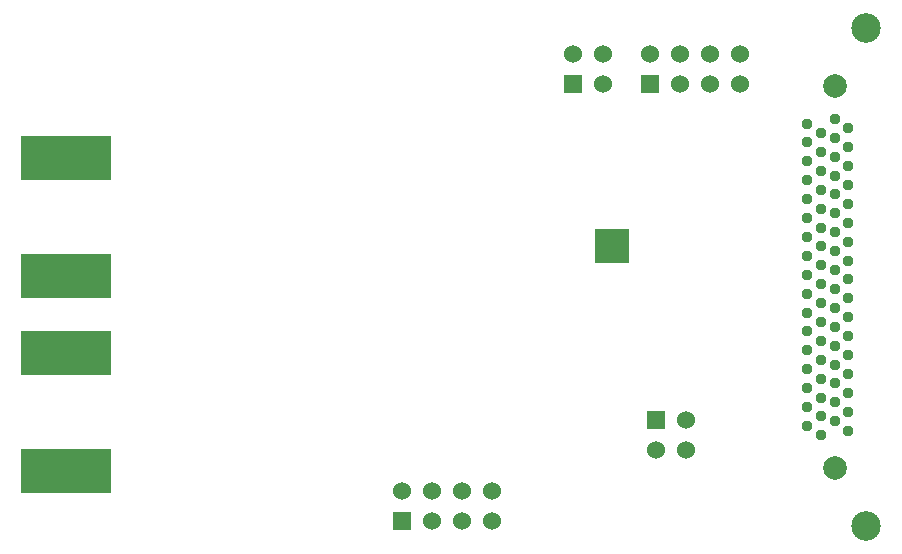
<source format=gbs>
G04 (created by PCBNEW (2013-03-31 BZR 4008)-stable) date 16/06/2013 11:35:49 PM*
%MOIN*%
G04 Gerber Fmt 3.4, Leading zero omitted, Abs format*
%FSLAX34Y34*%
G01*
G70*
G90*
G04 APERTURE LIST*
%ADD10C,0.005*%
%ADD11R,0.06X0.06*%
%ADD12C,0.06*%
%ADD13R,0.11811X0.11811*%
%ADD14C,0.0374016*%
%ADD15C,0.0787402*%
%ADD16C,0.0984252*%
%ADD17R,0.3X0.15*%
G04 APERTURE END LIST*
G54D10*
G54D11*
X87295Y-51877D03*
G54D12*
X87295Y-50877D03*
X88295Y-51877D03*
X88295Y-50877D03*
G54D11*
X81570Y-66444D03*
G54D12*
X81570Y-65444D03*
X82570Y-66444D03*
X82570Y-65444D03*
X83570Y-66444D03*
X83570Y-65444D03*
X84570Y-66444D03*
X84570Y-65444D03*
G54D11*
X89838Y-51877D03*
G54D12*
X89838Y-50877D03*
X90838Y-51877D03*
X90838Y-50877D03*
X91838Y-51877D03*
X91838Y-50877D03*
X92838Y-51877D03*
X92838Y-50877D03*
G54D11*
X90051Y-63082D03*
G54D12*
X91051Y-63082D03*
X90051Y-64082D03*
X91051Y-64082D03*
G54D13*
X88582Y-57283D03*
G54D14*
X95531Y-63582D03*
X95531Y-62952D03*
X95531Y-62322D03*
X95531Y-61692D03*
X95531Y-61062D03*
X95531Y-60433D03*
X95531Y-59803D03*
X95531Y-59173D03*
X95531Y-58543D03*
X95531Y-57913D03*
X95531Y-57283D03*
X95531Y-56653D03*
X95531Y-56023D03*
X95531Y-55393D03*
X95531Y-54763D03*
X95531Y-54133D03*
X95531Y-53503D03*
X95078Y-53188D03*
X95078Y-53818D03*
X95078Y-54448D03*
X95078Y-55078D03*
X95078Y-55708D03*
X95078Y-56338D03*
X95078Y-56968D03*
X95078Y-57598D03*
X95078Y-58228D03*
X95078Y-58858D03*
X95078Y-59488D03*
X95078Y-60118D03*
X95078Y-60748D03*
X95078Y-61377D03*
X95078Y-62007D03*
X95078Y-62637D03*
X95078Y-63267D03*
X96003Y-63110D03*
X96003Y-62480D03*
X96003Y-61850D03*
X96003Y-61220D03*
X96003Y-60590D03*
X96003Y-59960D03*
X96003Y-59330D03*
X96003Y-58700D03*
X96003Y-58070D03*
X96003Y-57440D03*
X96003Y-56811D03*
X96003Y-56181D03*
X96003Y-55551D03*
X96003Y-54921D03*
X96003Y-54291D03*
X96003Y-53661D03*
X96003Y-53031D03*
X96456Y-53346D03*
X96456Y-53976D03*
X96456Y-54606D03*
X96456Y-55236D03*
X96456Y-55866D03*
X96456Y-56496D03*
X96456Y-57125D03*
X96456Y-57755D03*
X96456Y-58385D03*
X96456Y-59015D03*
X96456Y-59645D03*
X96456Y-60275D03*
X96456Y-60905D03*
X96456Y-61535D03*
X96456Y-62165D03*
X96456Y-62795D03*
X96456Y-63425D03*
G54D15*
X96003Y-64675D03*
X96003Y-51938D03*
G54D16*
X97047Y-66604D03*
X97047Y-50009D03*
G54D17*
X70397Y-58274D03*
X70397Y-54324D03*
X70397Y-64770D03*
X70397Y-60820D03*
M02*

</source>
